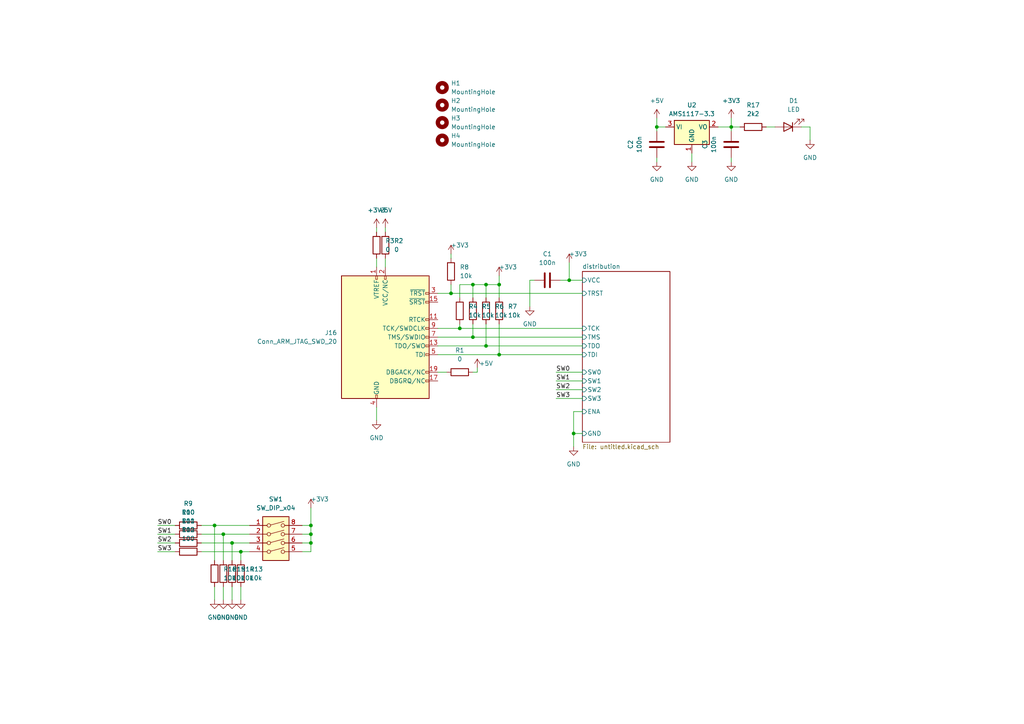
<source format=kicad_sch>
(kicad_sch (version 20230121) (generator eeschema)
  (paper "A4")
  (lib_symbols
    (symbol "Connector:Conn_ARM_JTAG_SWD_20" (pin_names (offset 1.016))
      (property "Reference" "J" (at -5.08 21.59 0))
      (property "Value" "Conn_ARM_JTAG_SWD_20" (at -5.08 19.05 0))
      (symbol "Conn_ARM_JTAG_SWD_20_0_1"
        (rectangle (start -12.7 17.78) (end 12.7 -17.78) (stroke (width 0.254)) (fill (type background)))
        (rectangle (start -2.794 -17.78) (end -2.286 -16.764))
        (rectangle (start -2.794 17.78) (end -2.286 16.764))
        (rectangle (start -0.254 17.78) (end 0.254 16.764))
        (rectangle (start 11.684 2.286) (end 12.7 2.794))
        (rectangle (start 12.7 -12.446) (end 11.684 -12.954))
        (rectangle (start 12.7 -9.906) (end 11.684 -10.414))
        (rectangle (start 12.7 -2.794) (end 11.684 -2.286))
        (rectangle (start 12.7 -0.254) (end 11.684 0.254))
        (rectangle (start 12.7 4.826) (end 11.684 5.334))
        (rectangle (start 12.7 10.414) (end 11.684 9.906))
        (rectangle (start 12.7 12.954) (end 11.684 12.446))
      )
      (symbol "Conn_ARM_JTAG_SWD_20_1_1"
        (rectangle (start 11.684 -5.334) (end 12.7 -4.826))
        (pin power_in line (at -2.54 20.32 270) (length 2.54) (name "VTREF") (number "1"))
        (pin passive line (at -2.54 -20.32 90) (length 2.54) hide (name "GND") (number "10"))
        (pin input line (at 15.24 5.08 180) (length 2.54) (name "RTCK") (number "11"))
        (pin passive line (at -2.54 -20.32 90) (length 2.54) hide (name "GND") (number "12"))
        (pin input line (at 15.24 -2.54 180) (length 2.54) (name "TDO/SWO") (number "13"))
        (pin passive line (at -2.54 -20.32 90) (length 2.54) hide (name "GND") (number "14"))
        (pin bidirectional line (at 15.24 10.16 180) (length 2.54) (name "~{SRST}") (number "15"))
        (pin passive line (at -2.54 -20.32 90) (length 2.54) hide (name "GND") (number "16"))
        (pin output line (at 15.24 -12.7 180) (length 2.54) (name "DBGRQ/NC") (number "17"))
        (pin passive line (at -2.54 -20.32 90) (length 2.54) hide (name "GND") (number "18"))
        (pin input line (at 15.24 -10.16 180) (length 2.54) (name "DBGACK/NC") (number "19"))
        (pin power_in line (at 0 20.32 270) (length 2.54) (name "VCC/NC") (number "2"))
        (pin passive line (at -2.54 -20.32 90) (length 2.54) hide (name "GND") (number "20"))
        (pin output line (at 15.24 12.7 180) (length 2.54) (name "~{TRST}") (number "3"))
        (pin power_in line (at -2.54 -20.32 90) (length 2.54) (name "GND") (number "4"))
        (pin output line (at 15.24 -5.08 180) (length 2.54) (name "TDI") (number "5"))
        (pin passive line (at -2.54 -20.32 90) (length 2.54) hide (name "GND") (number "6"))
        (pin output line (at 15.24 0 180) (length 2.54) (name "TMS/SWDIO") (number "7"))
        (pin passive line (at -2.54 -20.32 90) (length 2.54) hide (name "GND") (number "8"))
        (pin output line (at 15.24 2.54 180) (length 2.54) (name "TCK/SWDCLK") (number "9"))
      )
    )
    (symbol "Device:C" (pin_numbers hide) (pin_names (offset 0.254))
      (property "Reference" "C" (at 0.635 2.54 0))
      (property "Value" "C" (at 0.635 -2.54 0))
      (symbol "C_0_1"
        (polyline (pts (xy -2.032 -0.762) (xy 2.032 -0.762)) (stroke (width 0.508)))
        (polyline (pts (xy -2.032 0.762) (xy 2.032 0.762)) (stroke (width 0.508)))
      )
      (symbol "C_1_1"
        (pin passive line (at 0 3.81 270) (length 2.794) (name "~") (number "1"))
        (pin passive line (at 0 -3.81 90) (length 2.794) (name "~") (number "2"))
      )
    )
    (symbol "Device:LED" (pin_numbers hide) (pin_names (offset 1.016) hide)
      (property "Reference" "D" (at 0 2.54 0))
      (property "Value" "LED" (at 0 -2.54 0))
      (symbol "LED_0_1"
        (polyline (pts (xy -1.27 -1.27) (xy -1.27 1.27)) (stroke (width 0.254)))
        (polyline (pts (xy -1.27 0) (xy 1.27 0)))
        (polyline (pts (xy 1.27 -1.27) (xy 1.27 1.27) (xy -1.27 0) (xy 1.27 -1.27)) (stroke (width 0.254)))
        (polyline (pts (xy -3.048 -0.762) (xy -4.572 -2.286) (xy -3.81 -2.286) (xy -4.572 -2.286) (xy -4.572 -1.524)))
        (polyline (pts (xy -1.778 -0.762) (xy -3.302 -2.286) (xy -2.54 -2.286) (xy -3.302 -2.286) (xy -3.302 -1.524)))
      )
      (symbol "LED_1_1"
        (pin passive line (at -3.81 0 0) (length 2.54) (name "K") (number "1"))
        (pin passive line (at 3.81 0 180) (length 2.54) (name "A") (number "2"))
      )
    )
    (symbol "Device:R" (pin_numbers hide) (pin_names (offset 0))
      (property "Reference" "R" (at 2.032 0 90))
      (property "Value" "R" (at 0 0 90))
      (symbol "R_0_1"
        (rectangle (start -1.016 -2.54) (end 1.016 2.54) (stroke (width 0.254)))
      )
      (symbol "R_1_1"
        (pin passive line (at 0 3.81 270) (length 1.27) (name "~") (number "1"))
        (pin passive line (at 0 -3.81 90) (length 1.27) (name "~") (number "2"))
      )
    )
    (symbol "Mechanical:MountingHole" (pin_names (offset 1.016))
      (property "Reference" "H" (at 0 5.08 0))
      (property "Value" "MountingHole" (at 0 3.175 0))
      (symbol "MountingHole_0_1"
        (circle (center 0 0) (radius 1.27) (stroke (width 1.27)))
      )
    )
    (symbol "Regulator_Linear:AMS1117-3.3"
      (property "Reference" "U" (at -3.81 3.175 0))
      (property "Value" "AMS1117-3.3" (at 0 3.175 0))
      (symbol "AMS1117-3.3_0_1"
        (rectangle (start -5.08 -5.08) (end 5.08 1.905) (stroke (width 0.254)) (fill (type background)))
      )
      (symbol "AMS1117-3.3_1_1"
        (pin power_in line (at 0 -7.62 90) (length 2.54) (name "GND") (number "1"))
        (pin power_out line (at 7.62 0 180) (length 2.54) (name "VO") (number "2"))
        (pin power_in line (at -7.62 0 0) (length 2.54) (name "VI") (number "3"))
      )
    )
    (symbol "Switch:SW_DIP_x04" (pin_names (offset 0) hide)
      (property "Reference" "SW" (at 0 8.89 0))
      (property "Value" "SW_DIP_x04" (at 0 -6.35 0))
      (symbol "SW_DIP_x04_0_0"
        (circle (center -2.032 -2.54) (radius 0.508))
        (circle (center -2.032 0) (radius 0.508))
        (circle (center -2.032 2.54) (radius 0.508))
        (circle (center -2.032 5.08) (radius 0.508))
        (polyline (pts (xy -1.524 -2.3876) (xy 2.3622 -1.3462)))
        (polyline (pts (xy -1.524 0.127) (xy 2.3622 1.1684)))
        (polyline (pts (xy -1.524 2.667) (xy 2.3622 3.7084)))
        (polyline (pts (xy -1.524 5.207) (xy 2.3622 6.2484)))
        (circle (center 2.032 -2.54) (radius 0.508))
        (circle (center 2.032 0) (radius 0.508))
        (circle (center 2.032 2.54) (radius 0.508))
        (circle (center 2.032 5.08) (radius 0.508))
      )
      (symbol "SW_DIP_x04_0_1"
        (rectangle (start -3.81 7.62) (end 3.81 -5.08) (stroke (width 0.254)) (fill (type background)))
      )
      (symbol "SW_DIP_x04_1_1"
        (pin passive line (at -7.62 5.08 0) (length 5.08) (name "~") (number "1"))
        (pin passive line (at -7.62 2.54 0) (length 5.08) (name "~") (number "2"))
        (pin passive line (at -7.62 0 0) (length 5.08) (name "~") (number "3"))
        (pin passive line (at -7.62 -2.54 0) (length 5.08) (name "~") (number "4"))
        (pin passive line (at 7.62 -2.54 180) (length 5.08) (name "~") (number "5"))
        (pin passive line (at 7.62 0 180) (length 5.08) (name "~") (number "6"))
        (pin passive line (at 7.62 2.54 180) (length 5.08) (name "~") (number "7"))
        (pin passive line (at 7.62 5.08 180) (length 5.08) (name "~") (number "8"))
      )
    )
    (symbol "power:+3V3" (power) (pin_names (offset 0))
      (property "Value" "+3V3" (at 0 3.556 0))
      (symbol "+3V3_0_1"
        (polyline (pts (xy -0.762 1.27) (xy 0 2.54)))
        (polyline (pts (xy 0 0) (xy 0 2.54)))
        (polyline (pts (xy 0 2.54) (xy 0.762 1.27)))
      )
      (symbol "+3V3_1_1"
        (pin power_in line (at 0 0 90) (length 0) hide (name "+3V3") (number "1"))
      )
    )
    (symbol "power:+5V" (power) (pin_names (offset 0))
      (property "Value" "+5V" (at 0 3.556 0))
      (symbol "+5V_0_1"
        (polyline (pts (xy -0.762 1.27) (xy 0 2.54)))
        (polyline (pts (xy 0 0) (xy 0 2.54)))
        (polyline (pts (xy 0 2.54) (xy 0.762 1.27)))
      )
      (symbol "+5V_1_1"
        (pin power_in line (at 0 0 90) (length 0) hide (name "+5V") (number "1"))
      )
    )
    (symbol "power:GND" (power) (pin_names (offset 0))
      (property "Value" "GND" (at 0 -3.81 0))
      (symbol "GND_0_1"
        (polyline (pts (xy 0 0) (xy 0 -1.27) (xy 1.27 -1.27) (xy 0 -2.54) (xy -1.27 -1.27) (xy 0 -1.27)))
      )
      (symbol "GND_1_1"
        (pin power_in line (at 0 0 270) (length 0) hide (name "GND") (number "1"))
      )
    )
  )
  (junction (at 67.31 157.48))
  (junction (at 212.09 36.83))
  (junction (at 140.97 100.33))
  (junction (at 166.37 125.73))
  (junction (at 144.78 82.55))
  (junction (at 90.17 152.4))
  (junction (at 90.17 154.94))
  (junction (at 190.5 36.83))
  (junction (at 165.1 81.28))
  (junction (at 90.17 157.48))
  (junction (at 69.85 160.02))
  (junction (at 62.23 152.4))
  (junction (at 144.78 102.87))
  (junction (at 130.81 85.09))
  (junction (at 64.77 154.94))
  (junction (at 137.16 82.55))
  (junction (at 137.16 97.79))
  (junction (at 133.35 95.25))
  (junction (at 140.97 82.55))
  (wire (pts (xy 137.16 97.79) (xy 168.91 97.79)))
  (wire (pts (xy 62.23 170.18) (xy 62.23 173.99)))
  (wire (pts (xy 161.29 110.49) (xy 168.91 110.49)))
  (wire (pts (xy 111.76 74.93) (xy 111.76 77.47)))
  (wire (pts (xy 64.77 170.18) (xy 64.77 173.99)))
  (wire (pts (xy 140.97 93.98) (xy 140.97 100.33)))
  (wire (pts (xy 234.95 36.83) (xy 234.95 40.64)))
  (wire (pts (xy 127 107.95) (xy 129.54 107.95)))
  (wire (pts (xy 140.97 100.33) (xy 168.91 100.33)))
  (wire (pts (xy 168.91 125.73) (xy 166.37 125.73)))
  (wire (pts (xy 190.5 34.29) (xy 190.5 36.83)))
  (wire (pts (xy 64.77 154.94) (xy 64.77 162.56)))
  (wire (pts (xy 127 102.87) (xy 144.78 102.87)))
  (wire (pts (xy 222.25 36.83) (xy 224.79 36.83)))
  (wire (pts (xy 58.42 154.94) (xy 64.77 154.94)))
  (wire (pts (xy 144.78 102.87) (xy 168.91 102.87)))
  (wire (pts (xy 58.42 152.4) (xy 62.23 152.4)))
  (wire (pts (xy 137.16 82.55) (xy 140.97 82.55)))
  (wire (pts (xy 69.85 160.02) (xy 72.39 160.02)))
  (wire (pts (xy 190.5 36.83) (xy 190.5 38.1)))
  (wire (pts (xy 69.85 170.18) (xy 69.85 173.99)))
  (wire (pts (xy 67.31 170.18) (xy 67.31 173.99)))
  (wire (pts (xy 166.37 119.38) (xy 166.37 125.73)))
  (wire (pts (xy 137.16 82.55) (xy 137.16 86.36)))
  (wire (pts (xy 45.72 152.4) (xy 50.8 152.4)))
  (wire (pts (xy 58.42 157.48) (xy 67.31 157.48)))
  (wire (pts (xy 212.09 45.72) (xy 212.09 46.99)))
  (wire (pts (xy 161.29 113.03) (xy 168.91 113.03)))
  (wire (pts (xy 200.66 44.45) (xy 200.66 46.99)))
  (wire (pts (xy 165.1 76.2) (xy 165.1 81.28)))
  (wire (pts (xy 137.16 107.95) (xy 138.43 107.95)))
  (wire (pts (xy 208.28 36.83) (xy 212.09 36.83)))
  (wire (pts (xy 67.31 162.56) (xy 67.31 157.48)))
  (wire (pts (xy 144.78 82.55) (xy 144.78 86.36)))
  (wire (pts (xy 109.22 74.93) (xy 109.22 77.47)))
  (wire (pts (xy 161.29 115.57) (xy 168.91 115.57)))
  (wire (pts (xy 130.81 73.66) (xy 130.81 74.93)))
  (wire (pts (xy 90.17 160.02) (xy 90.17 157.48)))
  (wire (pts (xy 45.72 154.94) (xy 50.8 154.94)))
  (wire (pts (xy 127 85.09) (xy 130.81 85.09)))
  (wire (pts (xy 130.81 85.09) (xy 168.91 85.09)))
  (wire (pts (xy 133.35 95.25) (xy 168.91 95.25)))
  (wire (pts (xy 144.78 82.55) (xy 144.78 80.01)))
  (wire (pts (xy 109.22 66.04) (xy 109.22 67.31)))
  (wire (pts (xy 90.17 154.94) (xy 90.17 152.4)))
  (wire (pts (xy 111.76 66.04) (xy 111.76 67.31)))
  (wire (pts (xy 90.17 147.32) (xy 90.17 152.4)))
  (wire (pts (xy 212.09 36.83) (xy 214.63 36.83)))
  (wire (pts (xy 165.1 81.28) (xy 168.91 81.28)))
  (wire (pts (xy 140.97 82.55) (xy 144.78 82.55)))
  (wire (pts (xy 232.41 36.83) (xy 234.95 36.83)))
  (wire (pts (xy 45.72 157.48) (xy 50.8 157.48)))
  (wire (pts (xy 45.72 160.02) (xy 50.8 160.02)))
  (wire (pts (xy 212.09 36.83) (xy 212.09 34.29)))
  (wire (pts (xy 90.17 157.48) (xy 90.17 154.94)))
  (wire (pts (xy 140.97 82.55) (xy 140.97 86.36)))
  (wire (pts (xy 161.29 107.95) (xy 168.91 107.95)))
  (wire (pts (xy 62.23 162.56) (xy 62.23 152.4)))
  (wire (pts (xy 162.56 81.28) (xy 165.1 81.28)))
  (wire (pts (xy 133.35 93.98) (xy 133.35 95.25)))
  (wire (pts (xy 62.23 152.4) (xy 72.39 152.4)))
  (wire (pts (xy 153.67 81.28) (xy 153.67 88.9)))
  (wire (pts (xy 168.91 119.38) (xy 166.37 119.38)))
  (wire (pts (xy 190.5 45.72) (xy 190.5 46.99)))
  (wire (pts (xy 154.94 81.28) (xy 153.67 81.28)))
  (wire (pts (xy 127 100.33) (xy 140.97 100.33)))
  (wire (pts (xy 137.16 93.98) (xy 137.16 97.79)))
  (wire (pts (xy 64.77 154.94) (xy 72.39 154.94)))
  (wire (pts (xy 87.63 154.94) (xy 90.17 154.94)))
  (wire (pts (xy 166.37 125.73) (xy 166.37 129.54)))
  (wire (pts (xy 193.04 36.83) (xy 190.5 36.83)))
  (wire (pts (xy 87.63 160.02) (xy 90.17 160.02)))
  (wire (pts (xy 130.81 82.55) (xy 130.81 85.09)))
  (wire (pts (xy 87.63 157.48) (xy 90.17 157.48)))
  (wire (pts (xy 67.31 157.48) (xy 72.39 157.48)))
  (wire (pts (xy 133.35 82.55) (xy 137.16 82.55)))
  (wire (pts (xy 212.09 36.83) (xy 212.09 38.1)))
  (wire (pts (xy 109.22 118.11) (xy 109.22 121.92)))
  (wire (pts (xy 87.63 152.4) (xy 90.17 152.4)))
  (wire (pts (xy 58.42 160.02) (xy 69.85 160.02)))
  (wire (pts (xy 127 97.79) (xy 137.16 97.79)))
  (wire (pts (xy 144.78 93.98) (xy 144.78 102.87)))
  (wire (pts (xy 138.43 107.95) (xy 138.43 106.68)))
  (wire (pts (xy 127 95.25) (xy 133.35 95.25)))
  (wire (pts (xy 133.35 86.36) (xy 133.35 82.55)))
  (wire (pts (xy 69.85 162.56) (xy 69.85 160.02)))
  (label "SW1" (at 45.72 154.94 0))
  (label "SW2" (at 45.72 157.48 0))
  (label "SW3" (at 45.72 160.02 0))
  (label "SW2" (at 161.29 113.03 0))
  (label "SW1" (at 161.29 110.49 0))
  (label "SW3" (at 161.29 115.57 0))
  (label "SW0" (at 161.29 107.95 0))
  (label "SW0" (at 45.72 152.4 0))
  (symbol (lib_id "Regulator_Linear:AMS1117-3.3") (at 200.66 36.83 0) (unit 1)
    (property "Reference" "U2" (at 200.66 30.48 0))
    (property "Value" "AMS1117-3.3" (at 200.66 33.02 0))
    (property "Footprint" "Package_TO_SOT_SMD:SOT-223-3_TabPin2" (effects hide))
    (property "Datasheet" "http://www.advanced-monolithic.com/pdf/ds1117.pdf" (effects hide))
  )
  (symbol (lib_id "power:+3V3") (at 90.17 147.32 0) (unit 1)
    (property "Reference" "#PWR011" (effects hide))
    (property "Value" "+3V3" (at 92.71 144.78 0))
  )
  (symbol (lib_id "power:GND") (at 69.85 173.99 0) (unit 1)
    (property "Reference" "#PWR015" (effects hide))
    (property "Value" "GND" (at 69.85 179.07 0))
  )
  (symbol (lib_id "Switch:SW_DIP_x04") (at 80.01 157.48 0) (unit 1)
    (property "Reference" "SW1" (at 80.01 144.78 0))
    (property "Value" "SW_DIP_x04" (at 80.01 147.32 0))
    (property "Footprint" "Button_Switch_SMD:SW_DIP_SPSTx04_Slide_6.7x11.72mm_W8.61mm_P2.54mm_LowProfile" (effects hide))
  )
  (symbol (lib_id "power:GND") (at 64.77 173.99 0) (unit 1)
    (property "Reference" "#PWR013" (effects hide))
    (property "Value" "GND" (at 64.77 179.07 0))
  )
  (symbol (lib_id "power:+3V3") (at 165.1 76.2 0) (unit 1)
    (property "Reference" "#PWR08" (effects hide))
    (property "Value" "+3V3" (at 167.64 73.66 0))
  )
  (symbol (lib_id "Device:R") (at 137.16 90.17 180) (unit 1)
    (property "Reference" "R5" (at 139.7 88.9 0) (effects (justify right)))
    (property "Value" "10k" (at 139.7 91.44 0) (effects (justify right)))
    (property "Footprint" "Resistor_SMD:R_0805_2012Metric" (effects hide))
  )
  (symbol (lib_id "Device:R") (at 54.61 152.4 90) (unit 1)
    (property "Reference" "R9" (at 54.61 146.05 90))
    (property "Value" "100" (at 54.61 148.59 90))
    (property "Footprint" "Resistor_SMD:R_0805_2012Metric" (effects hide))
  )
  (symbol (lib_id "Device:R") (at 109.22 71.12 180) (unit 1)
    (property "Reference" "R3" (at 111.76 69.85 0) (effects (justify right)))
    (property "Value" "0" (at 111.76 72.39 0) (effects (justify right)))
    (property "Footprint" "Resistor_SMD:R_0805_2012Metric" (effects hide))
  )
  (symbol (lib_id "power:+3V3") (at 212.09 34.29 0) (unit 1)
    (property "Reference" "#PWR04" (effects hide))
    (property "Value" "+3V3" (at 212.09 29.21 0))
  )
  (symbol (lib_id "Device:R") (at 62.23 166.37 180) (unit 1)
    (property "Reference" "R16" (at 64.77 165.1 0) (effects (justify right)))
    (property "Value" "10k" (at 64.77 167.64 0) (effects (justify right)))
    (property "Footprint" "Resistor_SMD:R_0805_2012Metric" (effects hide))
  )
  (symbol (lib_id "Device:R") (at 111.76 71.12 180) (unit 1)
    (property "Reference" "R2" (at 114.3 69.85 0) (effects (justify right)))
    (property "Value" "0" (at 114.3 72.39 0) (effects (justify right)))
    (property "Footprint" "Resistor_SMD:R_0805_2012Metric" (effects hide))
  )
  (symbol (lib_id "Mechanical:MountingHole") (at 128.27 30.48 0) (unit 1)
    (property "Reference" "H2" (at 130.81 29.21 0) (effects (justify left)))
    (property "Value" "MountingHole" (at 130.81 31.75 0) (effects (justify left)))
    (property "Footprint" "MountingHole:MountingHole_3mm" (effects hide))
  )
  (symbol (lib_id "Device:R") (at 54.61 154.94 90) (unit 1)
    (property "Reference" "R10" (at 54.61 148.59 90))
    (property "Value" "100" (at 54.61 151.13 90))
    (property "Footprint" "Resistor_SMD:R_0805_2012Metric" (effects hide))
  )
  (symbol (lib_id "power:+5V") (at 138.43 106.68 0) (unit 1)
    (property "Reference" "#PWR02" (effects hide))
    (property "Value" "+5V" (at 140.97 105.41 0))
  )
  (symbol (lib_id "Device:R") (at 54.61 157.48 90) (unit 1)
    (property "Reference" "R11" (at 54.61 151.13 90))
    (property "Value" "100" (at 54.61 153.67 90))
    (property "Footprint" "Resistor_SMD:R_0805_2012Metric" (effects hide))
  )
  (symbol (lib_id "power:GND") (at 166.37 129.54 0) (unit 1)
    (property "Reference" "#PWR016" (effects hide))
    (property "Value" "GND" (at 166.37 134.62 0))
  )
  (symbol (lib_id "Device:R") (at 133.35 107.95 90) (unit 1)
    (property "Reference" "R1" (at 133.35 101.6 90))
    (property "Value" "0" (at 133.35 104.14 90))
    (property "Footprint" "Resistor_SMD:R_0805_2012Metric" (effects hide))
  )
  (symbol (lib_id "Device:R") (at 64.77 166.37 180) (unit 1)
    (property "Reference" "R15" (at 67.31 165.1 0) (effects (justify right)))
    (property "Value" "10k" (at 67.31 167.64 0) (effects (justify right)))
    (property "Footprint" "Resistor_SMD:R_0805_2012Metric" (effects hide))
  )
  (symbol (lib_id "power:GND") (at 153.67 88.9 0) (unit 1)
    (property "Reference" "#PWR07" (effects hide))
    (property "Value" "GND" (at 153.67 93.98 0))
  )
  (symbol (lib_id "Device:R") (at 130.81 78.74 180) (unit 1)
    (property "Reference" "R8" (at 133.35 77.47 0) (effects (justify right)))
    (property "Value" "10k" (at 133.35 80.01 0) (effects (justify right)))
    (property "Footprint" "Resistor_SMD:R_0805_2012Metric" (effects hide))
  )
  (symbol (lib_id "Device:C") (at 158.75 81.28 90) (unit 1)
    (property "Reference" "C1" (at 158.75 73.66 90))
    (property "Value" "100n" (at 158.75 76.2 90))
    (property "Footprint" "Capacitor_SMD:C_0805_2012Metric" (effects hide))
  )
  (symbol (lib_id "Device:R") (at 67.31 166.37 180) (unit 1)
    (property "Reference" "R14" (at 69.85 165.1 0) (effects (justify right)))
    (property "Value" "10k" (at 69.85 167.64 0) (effects (justify right)))
    (property "Footprint" "Resistor_SMD:R_0805_2012Metric" (effects hide))
  )
  (symbol (lib_id "power:+3V3") (at 144.78 80.01 0) (unit 1)
    (property "Reference" "#PWR010" (effects hide))
    (property "Value" "+3V3" (at 147.32 77.47 0))
  )
  (symbol (lib_id "power:GND") (at 190.5 46.99 0) (unit 1)
    (property "Reference" "#PWR018" (effects hide))
    (property "Value" "GND" (at 190.5 52.07 0))
  )
  (symbol (lib_id "Mechanical:MountingHole") (at 128.27 35.56 0) (unit 1)
    (property "Reference" "H3" (at 130.81 34.29 0) (effects (justify left)))
    (property "Value" "MountingHole" (at 130.81 36.83 0) (effects (justify left)))
    (property "Footprint" "MountingHole:MountingHole_3mm" (effects hide))
  )
  (symbol (lib_id "Device:C") (at 190.5 41.91 180) (unit 1)
    (property "Reference" "C2" (at 182.88 41.91 90))
    (property "Value" "100n" (at 185.42 41.91 90))
    (property "Footprint" "Capacitor_SMD:C_0805_2012Metric" (effects hide))
  )
  (symbol (lib_id "Device:R") (at 140.97 90.17 180) (unit 1)
    (property "Reference" "R6" (at 143.51 88.9 0) (effects (justify right)))
    (property "Value" "10k" (at 143.51 91.44 0) (effects (justify right)))
    (property "Footprint" "Resistor_SMD:R_0805_2012Metric" (effects hide))
  )
  (symbol (lib_id "power:+5V") (at 111.76 66.04 0) (unit 1)
    (property "Reference" "#PWR01" (effects hide))
    (property "Value" "+5V" (at 111.76 60.96 0))
  )
  (symbol (lib_id "power:GND") (at 234.95 40.64 0) (unit 1)
    (property "Reference" "#PWR017" (effects hide))
    (property "Value" "GND" (at 234.95 45.72 0))
  )
  (symbol (lib_id "Device:R") (at 144.78 90.17 180) (unit 1)
    (property "Reference" "R7" (at 147.32 88.9 0) (effects (justify right)))
    (property "Value" "10k" (at 147.32 91.44 0) (effects (justify right)))
    (property "Footprint" "Resistor_SMD:R_0805_2012Metric" (effects hide))
  )
  (symbol (lib_id "Device:LED") (at 228.6 36.83 180) (unit 1)
    (property "Reference" "D1" (at 230.1875 29.21 0))
    (property "Value" "LED" (at 230.1875 31.75 0))
    (property "Footprint" "LED_SMD:LED_0805_2012Metric" (effects hide))
  )
  (symbol (lib_id "power:+3V3") (at 130.81 73.66 0) (unit 1)
    (property "Reference" "#PWR09" (effects hide))
    (property "Value" "+3V3" (at 133.35 71.12 0))
  )
  (symbol (lib_id "power:+5V") (at 190.5 34.29 0) (unit 1)
    (property "Reference" "#PWR03" (effects hide))
    (property "Value" "+5V" (at 190.5 29.21 0))
  )
  (symbol (lib_id "power:GND") (at 109.22 121.92 0) (unit 1)
    (property "Reference" "#PWR020" (effects hide))
    (property "Value" "GND" (at 109.22 127 0))
  )
  (symbol (lib_id "power:GND") (at 67.31 173.99 0) (unit 1)
    (property "Reference" "#PWR014" (effects hide))
    (property "Value" "GND" (at 67.31 179.07 0))
  )
  (symbol (lib_id "Device:C") (at 212.09 41.91 180) (unit 1)
    (property "Reference" "C3" (at 204.47 41.91 90))
    (property "Value" "100n" (at 207.01 41.91 90))
    (property "Footprint" "Capacitor_SMD:C_0805_2012Metric" (effects hide))
  )
  (symbol (lib_id "power:+3V3") (at 109.22 66.04 0) (unit 1)
    (property "Reference" "#PWR05" (effects hide))
    (property "Value" "+3V3" (at 109.22 60.96 0))
  )
  (symbol (lib_id "Device:R") (at 218.44 36.83 270) (unit 1)
    (property "Reference" "R17" (at 218.44 30.48 90))
    (property "Value" "2k2" (at 218.44 33.02 90))
    (property "Footprint" "Resistor_SMD:R_0805_2012Metric" (effects hide))
  )
  (symbol (lib_id "power:GND") (at 212.09 46.99 0) (unit 1)
    (property "Reference" "#PWR019" (effects hide))
    (property "Value" "GND" (at 212.09 52.07 0))
  )
  (symbol (lib_id "power:GND") (at 200.66 46.99 0) (unit 1)
    (property "Reference" "#PWR06" (effects hide))
    (property "Value" "GND" (at 200.66 52.07 0))
  )
  (symbol (lib_id "Mechanical:MountingHole") (at 128.27 25.4 0) (unit 1)
    (property "Reference" "H1" (at 130.81 24.13 0) (effects (justify left)))
    (property "Value" "MountingHole" (at 130.81 26.67 0) (effects (justify left)))
    (property "Footprint" "MountingHole:MountingHole_3mm" (effects hide))
  )
  (symbol (lib_id "Device:R") (at 69.85 166.37 0) (unit 1)
    (property "Reference" "R13" (at 72.39 165.1 0) (effects (justify left)))
    (property "Value" "10k" (at 72.39 167.64 0) (effects (justify left)))
    (property "Footprint" "Resistor_SMD:R_0805_2012Metric" (effects hide))
  )
  (symbol (lib_id "Mechanical:MountingHole") (at 128.27 40.64 0) (unit 1)
    (property "Reference" "H4" (at 130.81 39.37 0) (effects (justify left)))
    (property "Value" "MountingHole" (at 130.81 41.91 0) (effects (justify left)))
    (property "Footprint" "MountingHole:MountingHole_3mm" (effects hide))
  )
  (symbol (lib_id "Connector:Conn_ARM_JTAG_SWD_20") (at 111.76 97.79 0) (unit 1)
    (property "Reference" "J16" (at 97.79 96.52 0) (effects (justify right)))
    (property "Value" "Conn_ARM_JTAG_SWD_20" (at 97.79 99.06 0) (effects (justify right)))
    (property "Footprint" "Connector_IDC:IDC-Header_2x10_P2.54mm_Vertical" (effects hide))
    (property "Datasheet" "http://infocenter.arm.com/help/topic/com.arm.doc.dui0499b/DUI0499B_system_design_reference.pdf" (effects hide))
  )
  (symbol (lib_id "Device:R") (at 133.35 90.17 180) (unit 1)
    (property "Reference" "R4" (at 135.89 88.9 0) (effects (justify right)))
    (property "Value" "10k" (at 135.89 91.44 0) (effects (justify right)))
    (property "Footprint" "Resistor_SMD:R_0805_2012Metric" (effects hide))
  )
  (symbol (lib_id "Device:R") (at 54.61 160.02 90) (unit 1)
    (property "Reference" "R12" (at 54.61 153.67 90))
    (property "Value" "100" (at 54.61 156.21 90))
    (property "Footprint" "Resistor_SMD:R_0805_2012Metric" (effects hide))
  )
  (symbol (lib_id "power:GND") (at 62.23 173.99 0) (unit 1)
    (property "Reference" "#PWR012" (effects hide))
    (property "Value" "GND" (at 62.23 179.07 0))
  )
  (sheet (at 168.91 78.74) (size 25.4 49.53) (stroke (width 0.1524))
    (property "Sheetname" "distribution" (at 168.91 78.0284 0) (effects (justify left bottom)))
    (property "Sheetfile" "untitled.kicad_sch" (at 168.91 128.8546 0) (effects (justify left top)))
    (pin "TMS" input (at 168.91 97.79 180))
    (pin "TRST" input (at 168.91 85.09 180))
    (pin "TDI" input (at 168.91 102.87 180))
    (pin "TCK" input (at 168.91 95.25 180))
    (pin "GND" input (at 168.91 125.73 180))
    (pin "TDO" input (at 168.91 100.33 180))
    (pin "SW0" input (at 168.91 107.95 180))
    (pin "SW1" input (at 168.91 110.49 180))
    (pin "SW2" input (at 168.91 113.03 180))
    (pin "ENA" input (at 168.91 119.38 180))
    (pin "VCC" input (at 168.91 81.28 180))
    (pin "SW3" input (at 168.91 115.57 180))
  )
)
</source>
